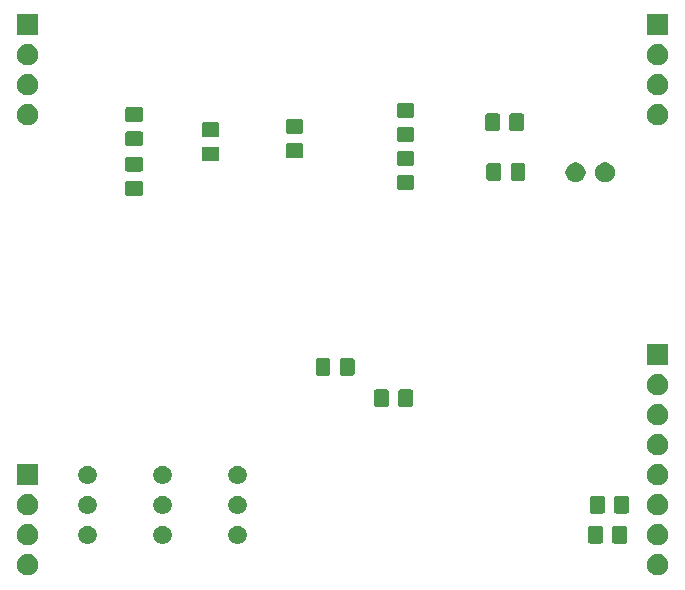
<source format=gbr>
G04 #@! TF.GenerationSoftware,KiCad,Pcbnew,5.1.6-c6e7f7d~87~ubuntu18.04.1*
G04 #@! TF.CreationDate,2020-08-19T11:53:39-04:00*
G04 #@! TF.ProjectId,four_pole_lpf,666f7572-5f70-46f6-9c65-5f6c70662e6b,rev?*
G04 #@! TF.SameCoordinates,Original*
G04 #@! TF.FileFunction,Soldermask,Bot*
G04 #@! TF.FilePolarity,Negative*
%FSLAX46Y46*%
G04 Gerber Fmt 4.6, Leading zero omitted, Abs format (unit mm)*
G04 Created by KiCad (PCBNEW 5.1.6-c6e7f7d~87~ubuntu18.04.1) date 2020-08-19 11:53:39*
%MOMM*%
%LPD*%
G01*
G04 APERTURE LIST*
%ADD10C,0.100000*%
G04 APERTURE END LIST*
D10*
G36*
X147433512Y-113403927D02*
G01*
X147582812Y-113433624D01*
X147746784Y-113501544D01*
X147894354Y-113600147D01*
X148019853Y-113725646D01*
X148118456Y-113873216D01*
X148186376Y-114037188D01*
X148221000Y-114211259D01*
X148221000Y-114388741D01*
X148186376Y-114562812D01*
X148118456Y-114726784D01*
X148019853Y-114874354D01*
X147894354Y-114999853D01*
X147746784Y-115098456D01*
X147582812Y-115166376D01*
X147433512Y-115196073D01*
X147408742Y-115201000D01*
X147231258Y-115201000D01*
X147206488Y-115196073D01*
X147057188Y-115166376D01*
X146893216Y-115098456D01*
X146745646Y-114999853D01*
X146620147Y-114874354D01*
X146521544Y-114726784D01*
X146453624Y-114562812D01*
X146419000Y-114388741D01*
X146419000Y-114211259D01*
X146453624Y-114037188D01*
X146521544Y-113873216D01*
X146620147Y-113725646D01*
X146745646Y-113600147D01*
X146893216Y-113501544D01*
X147057188Y-113433624D01*
X147206488Y-113403927D01*
X147231258Y-113399000D01*
X147408742Y-113399000D01*
X147433512Y-113403927D01*
G37*
G36*
X94093512Y-113403927D02*
G01*
X94242812Y-113433624D01*
X94406784Y-113501544D01*
X94554354Y-113600147D01*
X94679853Y-113725646D01*
X94778456Y-113873216D01*
X94846376Y-114037188D01*
X94881000Y-114211259D01*
X94881000Y-114388741D01*
X94846376Y-114562812D01*
X94778456Y-114726784D01*
X94679853Y-114874354D01*
X94554354Y-114999853D01*
X94406784Y-115098456D01*
X94242812Y-115166376D01*
X94093512Y-115196073D01*
X94068742Y-115201000D01*
X93891258Y-115201000D01*
X93866488Y-115196073D01*
X93717188Y-115166376D01*
X93553216Y-115098456D01*
X93405646Y-114999853D01*
X93280147Y-114874354D01*
X93181544Y-114726784D01*
X93113624Y-114562812D01*
X93079000Y-114388741D01*
X93079000Y-114211259D01*
X93113624Y-114037188D01*
X93181544Y-113873216D01*
X93280147Y-113725646D01*
X93405646Y-113600147D01*
X93553216Y-113501544D01*
X93717188Y-113433624D01*
X93866488Y-113403927D01*
X93891258Y-113399000D01*
X94068742Y-113399000D01*
X94093512Y-113403927D01*
G37*
G36*
X94093512Y-110863927D02*
G01*
X94242812Y-110893624D01*
X94406784Y-110961544D01*
X94554354Y-111060147D01*
X94679853Y-111185646D01*
X94778456Y-111333216D01*
X94846376Y-111497188D01*
X94881000Y-111671259D01*
X94881000Y-111848741D01*
X94846376Y-112022812D01*
X94778456Y-112186784D01*
X94679853Y-112334354D01*
X94554354Y-112459853D01*
X94406784Y-112558456D01*
X94242812Y-112626376D01*
X94093512Y-112656073D01*
X94068742Y-112661000D01*
X93891258Y-112661000D01*
X93866488Y-112656073D01*
X93717188Y-112626376D01*
X93553216Y-112558456D01*
X93405646Y-112459853D01*
X93280147Y-112334354D01*
X93181544Y-112186784D01*
X93113624Y-112022812D01*
X93079000Y-111848741D01*
X93079000Y-111671259D01*
X93113624Y-111497188D01*
X93181544Y-111333216D01*
X93280147Y-111185646D01*
X93405646Y-111060147D01*
X93553216Y-110961544D01*
X93717188Y-110893624D01*
X93866488Y-110863927D01*
X93891258Y-110859000D01*
X94068742Y-110859000D01*
X94093512Y-110863927D01*
G37*
G36*
X147433512Y-110863927D02*
G01*
X147582812Y-110893624D01*
X147746784Y-110961544D01*
X147894354Y-111060147D01*
X148019853Y-111185646D01*
X148118456Y-111333216D01*
X148186376Y-111497188D01*
X148221000Y-111671259D01*
X148221000Y-111848741D01*
X148186376Y-112022812D01*
X148118456Y-112186784D01*
X148019853Y-112334354D01*
X147894354Y-112459853D01*
X147746784Y-112558456D01*
X147582812Y-112626376D01*
X147433512Y-112656073D01*
X147408742Y-112661000D01*
X147231258Y-112661000D01*
X147206488Y-112656073D01*
X147057188Y-112626376D01*
X146893216Y-112558456D01*
X146745646Y-112459853D01*
X146620147Y-112334354D01*
X146521544Y-112186784D01*
X146453624Y-112022812D01*
X146419000Y-111848741D01*
X146419000Y-111671259D01*
X146453624Y-111497188D01*
X146521544Y-111333216D01*
X146620147Y-111185646D01*
X146745646Y-111060147D01*
X146893216Y-110961544D01*
X147057188Y-110893624D01*
X147206488Y-110863927D01*
X147231258Y-110859000D01*
X147408742Y-110859000D01*
X147433512Y-110863927D01*
G37*
G36*
X111885589Y-110998876D02*
G01*
X111984893Y-111018629D01*
X112125206Y-111076748D01*
X112251484Y-111161125D01*
X112358875Y-111268516D01*
X112443252Y-111394794D01*
X112501371Y-111535107D01*
X112531000Y-111684063D01*
X112531000Y-111835937D01*
X112501371Y-111984893D01*
X112443252Y-112125206D01*
X112358875Y-112251484D01*
X112251484Y-112358875D01*
X112125206Y-112443252D01*
X111984893Y-112501371D01*
X111885589Y-112521124D01*
X111835938Y-112531000D01*
X111684062Y-112531000D01*
X111634411Y-112521124D01*
X111535107Y-112501371D01*
X111394794Y-112443252D01*
X111268516Y-112358875D01*
X111161125Y-112251484D01*
X111076748Y-112125206D01*
X111018629Y-111984893D01*
X110989000Y-111835937D01*
X110989000Y-111684063D01*
X111018629Y-111535107D01*
X111076748Y-111394794D01*
X111161125Y-111268516D01*
X111268516Y-111161125D01*
X111394794Y-111076748D01*
X111535107Y-111018629D01*
X111634411Y-110998876D01*
X111684062Y-110989000D01*
X111835938Y-110989000D01*
X111885589Y-110998876D01*
G37*
G36*
X105535589Y-110998876D02*
G01*
X105634893Y-111018629D01*
X105775206Y-111076748D01*
X105901484Y-111161125D01*
X106008875Y-111268516D01*
X106093252Y-111394794D01*
X106151371Y-111535107D01*
X106181000Y-111684063D01*
X106181000Y-111835937D01*
X106151371Y-111984893D01*
X106093252Y-112125206D01*
X106008875Y-112251484D01*
X105901484Y-112358875D01*
X105775206Y-112443252D01*
X105634893Y-112501371D01*
X105535589Y-112521124D01*
X105485938Y-112531000D01*
X105334062Y-112531000D01*
X105284411Y-112521124D01*
X105185107Y-112501371D01*
X105044794Y-112443252D01*
X104918516Y-112358875D01*
X104811125Y-112251484D01*
X104726748Y-112125206D01*
X104668629Y-111984893D01*
X104639000Y-111835937D01*
X104639000Y-111684063D01*
X104668629Y-111535107D01*
X104726748Y-111394794D01*
X104811125Y-111268516D01*
X104918516Y-111161125D01*
X105044794Y-111076748D01*
X105185107Y-111018629D01*
X105284411Y-110998876D01*
X105334062Y-110989000D01*
X105485938Y-110989000D01*
X105535589Y-110998876D01*
G37*
G36*
X99185589Y-110998876D02*
G01*
X99284893Y-111018629D01*
X99425206Y-111076748D01*
X99551484Y-111161125D01*
X99658875Y-111268516D01*
X99743252Y-111394794D01*
X99801371Y-111535107D01*
X99831000Y-111684063D01*
X99831000Y-111835937D01*
X99801371Y-111984893D01*
X99743252Y-112125206D01*
X99658875Y-112251484D01*
X99551484Y-112358875D01*
X99425206Y-112443252D01*
X99284893Y-112501371D01*
X99185589Y-112521124D01*
X99135938Y-112531000D01*
X98984062Y-112531000D01*
X98934411Y-112521124D01*
X98835107Y-112501371D01*
X98694794Y-112443252D01*
X98568516Y-112358875D01*
X98461125Y-112251484D01*
X98376748Y-112125206D01*
X98318629Y-111984893D01*
X98289000Y-111835937D01*
X98289000Y-111684063D01*
X98318629Y-111535107D01*
X98376748Y-111394794D01*
X98461125Y-111268516D01*
X98568516Y-111161125D01*
X98694794Y-111076748D01*
X98835107Y-111018629D01*
X98934411Y-110998876D01*
X98984062Y-110989000D01*
X99135938Y-110989000D01*
X99185589Y-110998876D01*
G37*
G36*
X144575874Y-111013465D02*
G01*
X144613567Y-111024899D01*
X144648303Y-111043466D01*
X144678748Y-111068452D01*
X144703734Y-111098897D01*
X144722301Y-111133633D01*
X144733735Y-111171326D01*
X144738200Y-111216661D01*
X144738200Y-112303339D01*
X144733735Y-112348674D01*
X144722301Y-112386367D01*
X144703734Y-112421103D01*
X144678748Y-112451548D01*
X144648303Y-112476534D01*
X144613567Y-112495101D01*
X144575874Y-112506535D01*
X144530539Y-112511000D01*
X143693861Y-112511000D01*
X143648526Y-112506535D01*
X143610833Y-112495101D01*
X143576097Y-112476534D01*
X143545652Y-112451548D01*
X143520666Y-112421103D01*
X143502099Y-112386367D01*
X143490665Y-112348674D01*
X143486200Y-112303339D01*
X143486200Y-111216661D01*
X143490665Y-111171326D01*
X143502099Y-111133633D01*
X143520666Y-111098897D01*
X143545652Y-111068452D01*
X143576097Y-111043466D01*
X143610833Y-111024899D01*
X143648526Y-111013465D01*
X143693861Y-111009000D01*
X144530539Y-111009000D01*
X144575874Y-111013465D01*
G37*
G36*
X142525874Y-111013465D02*
G01*
X142563567Y-111024899D01*
X142598303Y-111043466D01*
X142628748Y-111068452D01*
X142653734Y-111098897D01*
X142672301Y-111133633D01*
X142683735Y-111171326D01*
X142688200Y-111216661D01*
X142688200Y-112303339D01*
X142683735Y-112348674D01*
X142672301Y-112386367D01*
X142653734Y-112421103D01*
X142628748Y-112451548D01*
X142598303Y-112476534D01*
X142563567Y-112495101D01*
X142525874Y-112506535D01*
X142480539Y-112511000D01*
X141643861Y-112511000D01*
X141598526Y-112506535D01*
X141560833Y-112495101D01*
X141526097Y-112476534D01*
X141495652Y-112451548D01*
X141470666Y-112421103D01*
X141452099Y-112386367D01*
X141440665Y-112348674D01*
X141436200Y-112303339D01*
X141436200Y-111216661D01*
X141440665Y-111171326D01*
X141452099Y-111133633D01*
X141470666Y-111098897D01*
X141495652Y-111068452D01*
X141526097Y-111043466D01*
X141560833Y-111024899D01*
X141598526Y-111013465D01*
X141643861Y-111009000D01*
X142480539Y-111009000D01*
X142525874Y-111013465D01*
G37*
G36*
X94093512Y-108323927D02*
G01*
X94242812Y-108353624D01*
X94406784Y-108421544D01*
X94554354Y-108520147D01*
X94679853Y-108645646D01*
X94778456Y-108793216D01*
X94846376Y-108957188D01*
X94881000Y-109131259D01*
X94881000Y-109308741D01*
X94846376Y-109482812D01*
X94778456Y-109646784D01*
X94679853Y-109794354D01*
X94554354Y-109919853D01*
X94406784Y-110018456D01*
X94242812Y-110086376D01*
X94093512Y-110116073D01*
X94068742Y-110121000D01*
X93891258Y-110121000D01*
X93866488Y-110116073D01*
X93717188Y-110086376D01*
X93553216Y-110018456D01*
X93405646Y-109919853D01*
X93280147Y-109794354D01*
X93181544Y-109646784D01*
X93113624Y-109482812D01*
X93079000Y-109308741D01*
X93079000Y-109131259D01*
X93113624Y-108957188D01*
X93181544Y-108793216D01*
X93280147Y-108645646D01*
X93405646Y-108520147D01*
X93553216Y-108421544D01*
X93717188Y-108353624D01*
X93866488Y-108323927D01*
X93891258Y-108319000D01*
X94068742Y-108319000D01*
X94093512Y-108323927D01*
G37*
G36*
X147433512Y-108323927D02*
G01*
X147582812Y-108353624D01*
X147746784Y-108421544D01*
X147894354Y-108520147D01*
X148019853Y-108645646D01*
X148118456Y-108793216D01*
X148186376Y-108957188D01*
X148221000Y-109131259D01*
X148221000Y-109308741D01*
X148186376Y-109482812D01*
X148118456Y-109646784D01*
X148019853Y-109794354D01*
X147894354Y-109919853D01*
X147746784Y-110018456D01*
X147582812Y-110086376D01*
X147433512Y-110116073D01*
X147408742Y-110121000D01*
X147231258Y-110121000D01*
X147206488Y-110116073D01*
X147057188Y-110086376D01*
X146893216Y-110018456D01*
X146745646Y-109919853D01*
X146620147Y-109794354D01*
X146521544Y-109646784D01*
X146453624Y-109482812D01*
X146419000Y-109308741D01*
X146419000Y-109131259D01*
X146453624Y-108957188D01*
X146521544Y-108793216D01*
X146620147Y-108645646D01*
X146745646Y-108520147D01*
X146893216Y-108421544D01*
X147057188Y-108353624D01*
X147206488Y-108323927D01*
X147231258Y-108319000D01*
X147408742Y-108319000D01*
X147433512Y-108323927D01*
G37*
G36*
X111885589Y-108458876D02*
G01*
X111984893Y-108478629D01*
X112125206Y-108536748D01*
X112251484Y-108621125D01*
X112358875Y-108728516D01*
X112443252Y-108854794D01*
X112501371Y-108995107D01*
X112531000Y-109144063D01*
X112531000Y-109295937D01*
X112501371Y-109444893D01*
X112443252Y-109585206D01*
X112358875Y-109711484D01*
X112251484Y-109818875D01*
X112125206Y-109903252D01*
X111984893Y-109961371D01*
X111885589Y-109981124D01*
X111835938Y-109991000D01*
X111684062Y-109991000D01*
X111634411Y-109981124D01*
X111535107Y-109961371D01*
X111394794Y-109903252D01*
X111268516Y-109818875D01*
X111161125Y-109711484D01*
X111076748Y-109585206D01*
X111018629Y-109444893D01*
X110989000Y-109295937D01*
X110989000Y-109144063D01*
X111018629Y-108995107D01*
X111076748Y-108854794D01*
X111161125Y-108728516D01*
X111268516Y-108621125D01*
X111394794Y-108536748D01*
X111535107Y-108478629D01*
X111634411Y-108458876D01*
X111684062Y-108449000D01*
X111835938Y-108449000D01*
X111885589Y-108458876D01*
G37*
G36*
X105535589Y-108458876D02*
G01*
X105634893Y-108478629D01*
X105775206Y-108536748D01*
X105901484Y-108621125D01*
X106008875Y-108728516D01*
X106093252Y-108854794D01*
X106151371Y-108995107D01*
X106181000Y-109144063D01*
X106181000Y-109295937D01*
X106151371Y-109444893D01*
X106093252Y-109585206D01*
X106008875Y-109711484D01*
X105901484Y-109818875D01*
X105775206Y-109903252D01*
X105634893Y-109961371D01*
X105535589Y-109981124D01*
X105485938Y-109991000D01*
X105334062Y-109991000D01*
X105284411Y-109981124D01*
X105185107Y-109961371D01*
X105044794Y-109903252D01*
X104918516Y-109818875D01*
X104811125Y-109711484D01*
X104726748Y-109585206D01*
X104668629Y-109444893D01*
X104639000Y-109295937D01*
X104639000Y-109144063D01*
X104668629Y-108995107D01*
X104726748Y-108854794D01*
X104811125Y-108728516D01*
X104918516Y-108621125D01*
X105044794Y-108536748D01*
X105185107Y-108478629D01*
X105284411Y-108458876D01*
X105334062Y-108449000D01*
X105485938Y-108449000D01*
X105535589Y-108458876D01*
G37*
G36*
X99185589Y-108458876D02*
G01*
X99284893Y-108478629D01*
X99425206Y-108536748D01*
X99551484Y-108621125D01*
X99658875Y-108728516D01*
X99743252Y-108854794D01*
X99801371Y-108995107D01*
X99831000Y-109144063D01*
X99831000Y-109295937D01*
X99801371Y-109444893D01*
X99743252Y-109585206D01*
X99658875Y-109711484D01*
X99551484Y-109818875D01*
X99425206Y-109903252D01*
X99284893Y-109961371D01*
X99185589Y-109981124D01*
X99135938Y-109991000D01*
X98984062Y-109991000D01*
X98934411Y-109981124D01*
X98835107Y-109961371D01*
X98694794Y-109903252D01*
X98568516Y-109818875D01*
X98461125Y-109711484D01*
X98376748Y-109585206D01*
X98318629Y-109444893D01*
X98289000Y-109295937D01*
X98289000Y-109144063D01*
X98318629Y-108995107D01*
X98376748Y-108854794D01*
X98461125Y-108728516D01*
X98568516Y-108621125D01*
X98694794Y-108536748D01*
X98835107Y-108478629D01*
X98934411Y-108458876D01*
X98984062Y-108449000D01*
X99135938Y-108449000D01*
X99185589Y-108458876D01*
G37*
G36*
X144735674Y-108473465D02*
G01*
X144773367Y-108484899D01*
X144808103Y-108503466D01*
X144838548Y-108528452D01*
X144863534Y-108558897D01*
X144882101Y-108593633D01*
X144893535Y-108631326D01*
X144898000Y-108676661D01*
X144898000Y-109763339D01*
X144893535Y-109808674D01*
X144882101Y-109846367D01*
X144863534Y-109881103D01*
X144838548Y-109911548D01*
X144808103Y-109936534D01*
X144773367Y-109955101D01*
X144735674Y-109966535D01*
X144690339Y-109971000D01*
X143853661Y-109971000D01*
X143808326Y-109966535D01*
X143770633Y-109955101D01*
X143735897Y-109936534D01*
X143705452Y-109911548D01*
X143680466Y-109881103D01*
X143661899Y-109846367D01*
X143650465Y-109808674D01*
X143646000Y-109763339D01*
X143646000Y-108676661D01*
X143650465Y-108631326D01*
X143661899Y-108593633D01*
X143680466Y-108558897D01*
X143705452Y-108528452D01*
X143735897Y-108503466D01*
X143770633Y-108484899D01*
X143808326Y-108473465D01*
X143853661Y-108469000D01*
X144690339Y-108469000D01*
X144735674Y-108473465D01*
G37*
G36*
X142685674Y-108473465D02*
G01*
X142723367Y-108484899D01*
X142758103Y-108503466D01*
X142788548Y-108528452D01*
X142813534Y-108558897D01*
X142832101Y-108593633D01*
X142843535Y-108631326D01*
X142848000Y-108676661D01*
X142848000Y-109763339D01*
X142843535Y-109808674D01*
X142832101Y-109846367D01*
X142813534Y-109881103D01*
X142788548Y-109911548D01*
X142758103Y-109936534D01*
X142723367Y-109955101D01*
X142685674Y-109966535D01*
X142640339Y-109971000D01*
X141803661Y-109971000D01*
X141758326Y-109966535D01*
X141720633Y-109955101D01*
X141685897Y-109936534D01*
X141655452Y-109911548D01*
X141630466Y-109881103D01*
X141611899Y-109846367D01*
X141600465Y-109808674D01*
X141596000Y-109763339D01*
X141596000Y-108676661D01*
X141600465Y-108631326D01*
X141611899Y-108593633D01*
X141630466Y-108558897D01*
X141655452Y-108528452D01*
X141685897Y-108503466D01*
X141720633Y-108484899D01*
X141758326Y-108473465D01*
X141803661Y-108469000D01*
X142640339Y-108469000D01*
X142685674Y-108473465D01*
G37*
G36*
X147433512Y-105783927D02*
G01*
X147582812Y-105813624D01*
X147746784Y-105881544D01*
X147894354Y-105980147D01*
X148019853Y-106105646D01*
X148118456Y-106253216D01*
X148186376Y-106417188D01*
X148221000Y-106591259D01*
X148221000Y-106768741D01*
X148186376Y-106942812D01*
X148118456Y-107106784D01*
X148019853Y-107254354D01*
X147894354Y-107379853D01*
X147746784Y-107478456D01*
X147582812Y-107546376D01*
X147433512Y-107576073D01*
X147408742Y-107581000D01*
X147231258Y-107581000D01*
X147206488Y-107576073D01*
X147057188Y-107546376D01*
X146893216Y-107478456D01*
X146745646Y-107379853D01*
X146620147Y-107254354D01*
X146521544Y-107106784D01*
X146453624Y-106942812D01*
X146419000Y-106768741D01*
X146419000Y-106591259D01*
X146453624Y-106417188D01*
X146521544Y-106253216D01*
X146620147Y-106105646D01*
X146745646Y-105980147D01*
X146893216Y-105881544D01*
X147057188Y-105813624D01*
X147206488Y-105783927D01*
X147231258Y-105779000D01*
X147408742Y-105779000D01*
X147433512Y-105783927D01*
G37*
G36*
X94881000Y-107581000D02*
G01*
X93079000Y-107581000D01*
X93079000Y-105779000D01*
X94881000Y-105779000D01*
X94881000Y-107581000D01*
G37*
G36*
X111885589Y-105918876D02*
G01*
X111984893Y-105938629D01*
X112125206Y-105996748D01*
X112251484Y-106081125D01*
X112358875Y-106188516D01*
X112443252Y-106314794D01*
X112501371Y-106455107D01*
X112531000Y-106604063D01*
X112531000Y-106755937D01*
X112501371Y-106904893D01*
X112443252Y-107045206D01*
X112358875Y-107171484D01*
X112251484Y-107278875D01*
X112125206Y-107363252D01*
X111984893Y-107421371D01*
X111885589Y-107441124D01*
X111835938Y-107451000D01*
X111684062Y-107451000D01*
X111634411Y-107441124D01*
X111535107Y-107421371D01*
X111394794Y-107363252D01*
X111268516Y-107278875D01*
X111161125Y-107171484D01*
X111076748Y-107045206D01*
X111018629Y-106904893D01*
X110989000Y-106755937D01*
X110989000Y-106604063D01*
X111018629Y-106455107D01*
X111076748Y-106314794D01*
X111161125Y-106188516D01*
X111268516Y-106081125D01*
X111394794Y-105996748D01*
X111535107Y-105938629D01*
X111634411Y-105918876D01*
X111684062Y-105909000D01*
X111835938Y-105909000D01*
X111885589Y-105918876D01*
G37*
G36*
X105535589Y-105918876D02*
G01*
X105634893Y-105938629D01*
X105775206Y-105996748D01*
X105901484Y-106081125D01*
X106008875Y-106188516D01*
X106093252Y-106314794D01*
X106151371Y-106455107D01*
X106181000Y-106604063D01*
X106181000Y-106755937D01*
X106151371Y-106904893D01*
X106093252Y-107045206D01*
X106008875Y-107171484D01*
X105901484Y-107278875D01*
X105775206Y-107363252D01*
X105634893Y-107421371D01*
X105535589Y-107441124D01*
X105485938Y-107451000D01*
X105334062Y-107451000D01*
X105284411Y-107441124D01*
X105185107Y-107421371D01*
X105044794Y-107363252D01*
X104918516Y-107278875D01*
X104811125Y-107171484D01*
X104726748Y-107045206D01*
X104668629Y-106904893D01*
X104639000Y-106755937D01*
X104639000Y-106604063D01*
X104668629Y-106455107D01*
X104726748Y-106314794D01*
X104811125Y-106188516D01*
X104918516Y-106081125D01*
X105044794Y-105996748D01*
X105185107Y-105938629D01*
X105284411Y-105918876D01*
X105334062Y-105909000D01*
X105485938Y-105909000D01*
X105535589Y-105918876D01*
G37*
G36*
X99185589Y-105918876D02*
G01*
X99284893Y-105938629D01*
X99425206Y-105996748D01*
X99551484Y-106081125D01*
X99658875Y-106188516D01*
X99743252Y-106314794D01*
X99801371Y-106455107D01*
X99831000Y-106604063D01*
X99831000Y-106755937D01*
X99801371Y-106904893D01*
X99743252Y-107045206D01*
X99658875Y-107171484D01*
X99551484Y-107278875D01*
X99425206Y-107363252D01*
X99284893Y-107421371D01*
X99185589Y-107441124D01*
X99135938Y-107451000D01*
X98984062Y-107451000D01*
X98934411Y-107441124D01*
X98835107Y-107421371D01*
X98694794Y-107363252D01*
X98568516Y-107278875D01*
X98461125Y-107171484D01*
X98376748Y-107045206D01*
X98318629Y-106904893D01*
X98289000Y-106755937D01*
X98289000Y-106604063D01*
X98318629Y-106455107D01*
X98376748Y-106314794D01*
X98461125Y-106188516D01*
X98568516Y-106081125D01*
X98694794Y-105996748D01*
X98835107Y-105938629D01*
X98934411Y-105918876D01*
X98984062Y-105909000D01*
X99135938Y-105909000D01*
X99185589Y-105918876D01*
G37*
G36*
X147433512Y-103243927D02*
G01*
X147582812Y-103273624D01*
X147746784Y-103341544D01*
X147894354Y-103440147D01*
X148019853Y-103565646D01*
X148118456Y-103713216D01*
X148186376Y-103877188D01*
X148221000Y-104051259D01*
X148221000Y-104228741D01*
X148186376Y-104402812D01*
X148118456Y-104566784D01*
X148019853Y-104714354D01*
X147894354Y-104839853D01*
X147746784Y-104938456D01*
X147582812Y-105006376D01*
X147433512Y-105036073D01*
X147408742Y-105041000D01*
X147231258Y-105041000D01*
X147206488Y-105036073D01*
X147057188Y-105006376D01*
X146893216Y-104938456D01*
X146745646Y-104839853D01*
X146620147Y-104714354D01*
X146521544Y-104566784D01*
X146453624Y-104402812D01*
X146419000Y-104228741D01*
X146419000Y-104051259D01*
X146453624Y-103877188D01*
X146521544Y-103713216D01*
X146620147Y-103565646D01*
X146745646Y-103440147D01*
X146893216Y-103341544D01*
X147057188Y-103273624D01*
X147206488Y-103243927D01*
X147231258Y-103239000D01*
X147408742Y-103239000D01*
X147433512Y-103243927D01*
G37*
G36*
X147433512Y-100703927D02*
G01*
X147582812Y-100733624D01*
X147746784Y-100801544D01*
X147894354Y-100900147D01*
X148019853Y-101025646D01*
X148118456Y-101173216D01*
X148186376Y-101337188D01*
X148221000Y-101511259D01*
X148221000Y-101688741D01*
X148186376Y-101862812D01*
X148118456Y-102026784D01*
X148019853Y-102174354D01*
X147894354Y-102299853D01*
X147746784Y-102398456D01*
X147582812Y-102466376D01*
X147433512Y-102496073D01*
X147408742Y-102501000D01*
X147231258Y-102501000D01*
X147206488Y-102496073D01*
X147057188Y-102466376D01*
X146893216Y-102398456D01*
X146745646Y-102299853D01*
X146620147Y-102174354D01*
X146521544Y-102026784D01*
X146453624Y-101862812D01*
X146419000Y-101688741D01*
X146419000Y-101511259D01*
X146453624Y-101337188D01*
X146521544Y-101173216D01*
X146620147Y-101025646D01*
X146745646Y-100900147D01*
X146893216Y-100801544D01*
X147057188Y-100733624D01*
X147206488Y-100703927D01*
X147231258Y-100699000D01*
X147408742Y-100699000D01*
X147433512Y-100703927D01*
G37*
G36*
X126447674Y-99456465D02*
G01*
X126485367Y-99467899D01*
X126520103Y-99486466D01*
X126550548Y-99511452D01*
X126575534Y-99541897D01*
X126594101Y-99576633D01*
X126605535Y-99614326D01*
X126610000Y-99659661D01*
X126610000Y-100746339D01*
X126605535Y-100791674D01*
X126594101Y-100829367D01*
X126575534Y-100864103D01*
X126550548Y-100894548D01*
X126520103Y-100919534D01*
X126485367Y-100938101D01*
X126447674Y-100949535D01*
X126402339Y-100954000D01*
X125565661Y-100954000D01*
X125520326Y-100949535D01*
X125482633Y-100938101D01*
X125447897Y-100919534D01*
X125417452Y-100894548D01*
X125392466Y-100864103D01*
X125373899Y-100829367D01*
X125362465Y-100791674D01*
X125358000Y-100746339D01*
X125358000Y-99659661D01*
X125362465Y-99614326D01*
X125373899Y-99576633D01*
X125392466Y-99541897D01*
X125417452Y-99511452D01*
X125447897Y-99486466D01*
X125482633Y-99467899D01*
X125520326Y-99456465D01*
X125565661Y-99452000D01*
X126402339Y-99452000D01*
X126447674Y-99456465D01*
G37*
G36*
X124397674Y-99456465D02*
G01*
X124435367Y-99467899D01*
X124470103Y-99486466D01*
X124500548Y-99511452D01*
X124525534Y-99541897D01*
X124544101Y-99576633D01*
X124555535Y-99614326D01*
X124560000Y-99659661D01*
X124560000Y-100746339D01*
X124555535Y-100791674D01*
X124544101Y-100829367D01*
X124525534Y-100864103D01*
X124500548Y-100894548D01*
X124470103Y-100919534D01*
X124435367Y-100938101D01*
X124397674Y-100949535D01*
X124352339Y-100954000D01*
X123515661Y-100954000D01*
X123470326Y-100949535D01*
X123432633Y-100938101D01*
X123397897Y-100919534D01*
X123367452Y-100894548D01*
X123342466Y-100864103D01*
X123323899Y-100829367D01*
X123312465Y-100791674D01*
X123308000Y-100746339D01*
X123308000Y-99659661D01*
X123312465Y-99614326D01*
X123323899Y-99576633D01*
X123342466Y-99541897D01*
X123367452Y-99511452D01*
X123397897Y-99486466D01*
X123432633Y-99467899D01*
X123470326Y-99456465D01*
X123515661Y-99452000D01*
X124352339Y-99452000D01*
X124397674Y-99456465D01*
G37*
G36*
X147433512Y-98163927D02*
G01*
X147582812Y-98193624D01*
X147746784Y-98261544D01*
X147894354Y-98360147D01*
X148019853Y-98485646D01*
X148118456Y-98633216D01*
X148186376Y-98797188D01*
X148221000Y-98971259D01*
X148221000Y-99148741D01*
X148186376Y-99322812D01*
X148118456Y-99486784D01*
X148019853Y-99634354D01*
X147894354Y-99759853D01*
X147746784Y-99858456D01*
X147582812Y-99926376D01*
X147433512Y-99956073D01*
X147408742Y-99961000D01*
X147231258Y-99961000D01*
X147206488Y-99956073D01*
X147057188Y-99926376D01*
X146893216Y-99858456D01*
X146745646Y-99759853D01*
X146620147Y-99634354D01*
X146521544Y-99486784D01*
X146453624Y-99322812D01*
X146419000Y-99148741D01*
X146419000Y-98971259D01*
X146453624Y-98797188D01*
X146521544Y-98633216D01*
X146620147Y-98485646D01*
X146745646Y-98360147D01*
X146893216Y-98261544D01*
X147057188Y-98193624D01*
X147206488Y-98163927D01*
X147231258Y-98159000D01*
X147408742Y-98159000D01*
X147433512Y-98163927D01*
G37*
G36*
X119453674Y-96789465D02*
G01*
X119491367Y-96800899D01*
X119526103Y-96819466D01*
X119556548Y-96844452D01*
X119581534Y-96874897D01*
X119600101Y-96909633D01*
X119611535Y-96947326D01*
X119616000Y-96992661D01*
X119616000Y-98079339D01*
X119611535Y-98124674D01*
X119600101Y-98162367D01*
X119581534Y-98197103D01*
X119556548Y-98227548D01*
X119526103Y-98252534D01*
X119491367Y-98271101D01*
X119453674Y-98282535D01*
X119408339Y-98287000D01*
X118571661Y-98287000D01*
X118526326Y-98282535D01*
X118488633Y-98271101D01*
X118453897Y-98252534D01*
X118423452Y-98227548D01*
X118398466Y-98197103D01*
X118379899Y-98162367D01*
X118368465Y-98124674D01*
X118364000Y-98079339D01*
X118364000Y-96992661D01*
X118368465Y-96947326D01*
X118379899Y-96909633D01*
X118398466Y-96874897D01*
X118423452Y-96844452D01*
X118453897Y-96819466D01*
X118488633Y-96800899D01*
X118526326Y-96789465D01*
X118571661Y-96785000D01*
X119408339Y-96785000D01*
X119453674Y-96789465D01*
G37*
G36*
X121503674Y-96789465D02*
G01*
X121541367Y-96800899D01*
X121576103Y-96819466D01*
X121606548Y-96844452D01*
X121631534Y-96874897D01*
X121650101Y-96909633D01*
X121661535Y-96947326D01*
X121666000Y-96992661D01*
X121666000Y-98079339D01*
X121661535Y-98124674D01*
X121650101Y-98162367D01*
X121631534Y-98197103D01*
X121606548Y-98227548D01*
X121576103Y-98252534D01*
X121541367Y-98271101D01*
X121503674Y-98282535D01*
X121458339Y-98287000D01*
X120621661Y-98287000D01*
X120576326Y-98282535D01*
X120538633Y-98271101D01*
X120503897Y-98252534D01*
X120473452Y-98227548D01*
X120448466Y-98197103D01*
X120429899Y-98162367D01*
X120418465Y-98124674D01*
X120414000Y-98079339D01*
X120414000Y-96992661D01*
X120418465Y-96947326D01*
X120429899Y-96909633D01*
X120448466Y-96874897D01*
X120473452Y-96844452D01*
X120503897Y-96819466D01*
X120538633Y-96800899D01*
X120576326Y-96789465D01*
X120621661Y-96785000D01*
X121458339Y-96785000D01*
X121503674Y-96789465D01*
G37*
G36*
X148221000Y-97421000D02*
G01*
X146419000Y-97421000D01*
X146419000Y-95619000D01*
X148221000Y-95619000D01*
X148221000Y-97421000D01*
G37*
G36*
X103585674Y-81819465D02*
G01*
X103623367Y-81830899D01*
X103658103Y-81849466D01*
X103688548Y-81874452D01*
X103713534Y-81904897D01*
X103732101Y-81939633D01*
X103743535Y-81977326D01*
X103748000Y-82022661D01*
X103748000Y-82859339D01*
X103743535Y-82904674D01*
X103732101Y-82942367D01*
X103713534Y-82977103D01*
X103688548Y-83007548D01*
X103658103Y-83032534D01*
X103623367Y-83051101D01*
X103585674Y-83062535D01*
X103540339Y-83067000D01*
X102453661Y-83067000D01*
X102408326Y-83062535D01*
X102370633Y-83051101D01*
X102335897Y-83032534D01*
X102305452Y-83007548D01*
X102280466Y-82977103D01*
X102261899Y-82942367D01*
X102250465Y-82904674D01*
X102246000Y-82859339D01*
X102246000Y-82022661D01*
X102250465Y-81977326D01*
X102261899Y-81939633D01*
X102280466Y-81904897D01*
X102305452Y-81874452D01*
X102335897Y-81849466D01*
X102370633Y-81830899D01*
X102408326Y-81819465D01*
X102453661Y-81815000D01*
X103540339Y-81815000D01*
X103585674Y-81819465D01*
G37*
G36*
X126572674Y-81311465D02*
G01*
X126610367Y-81322899D01*
X126645103Y-81341466D01*
X126675548Y-81366452D01*
X126700534Y-81396897D01*
X126719101Y-81431633D01*
X126730535Y-81469326D01*
X126735000Y-81514661D01*
X126735000Y-82351339D01*
X126730535Y-82396674D01*
X126719101Y-82434367D01*
X126700534Y-82469103D01*
X126675548Y-82499548D01*
X126645103Y-82524534D01*
X126610367Y-82543101D01*
X126572674Y-82554535D01*
X126527339Y-82559000D01*
X125440661Y-82559000D01*
X125395326Y-82554535D01*
X125357633Y-82543101D01*
X125322897Y-82524534D01*
X125292452Y-82499548D01*
X125267466Y-82469103D01*
X125248899Y-82434367D01*
X125237465Y-82396674D01*
X125233000Y-82351339D01*
X125233000Y-81514661D01*
X125237465Y-81469326D01*
X125248899Y-81431633D01*
X125267466Y-81396897D01*
X125292452Y-81366452D01*
X125322897Y-81341466D01*
X125357633Y-81322899D01*
X125395326Y-81311465D01*
X125440661Y-81307000D01*
X126527339Y-81307000D01*
X126572674Y-81311465D01*
G37*
G36*
X140623228Y-80271203D02*
G01*
X140778100Y-80335353D01*
X140917481Y-80428485D01*
X141036015Y-80547019D01*
X141129147Y-80686400D01*
X141193297Y-80841272D01*
X141226000Y-81005684D01*
X141226000Y-81173316D01*
X141193297Y-81337728D01*
X141129147Y-81492600D01*
X141036015Y-81631981D01*
X140917481Y-81750515D01*
X140778100Y-81843647D01*
X140623228Y-81907797D01*
X140458816Y-81940500D01*
X140291184Y-81940500D01*
X140126772Y-81907797D01*
X139971900Y-81843647D01*
X139832519Y-81750515D01*
X139713985Y-81631981D01*
X139620853Y-81492600D01*
X139556703Y-81337728D01*
X139524000Y-81173316D01*
X139524000Y-81005684D01*
X139556703Y-80841272D01*
X139620853Y-80686400D01*
X139713985Y-80547019D01*
X139832519Y-80428485D01*
X139971900Y-80335353D01*
X140126772Y-80271203D01*
X140291184Y-80238500D01*
X140458816Y-80238500D01*
X140623228Y-80271203D01*
G37*
G36*
X143123228Y-80271203D02*
G01*
X143278100Y-80335353D01*
X143417481Y-80428485D01*
X143536015Y-80547019D01*
X143629147Y-80686400D01*
X143693297Y-80841272D01*
X143726000Y-81005684D01*
X143726000Y-81173316D01*
X143693297Y-81337728D01*
X143629147Y-81492600D01*
X143536015Y-81631981D01*
X143417481Y-81750515D01*
X143278100Y-81843647D01*
X143123228Y-81907797D01*
X142958816Y-81940500D01*
X142791184Y-81940500D01*
X142626772Y-81907797D01*
X142471900Y-81843647D01*
X142332519Y-81750515D01*
X142213985Y-81631981D01*
X142120853Y-81492600D01*
X142056703Y-81337728D01*
X142024000Y-81173316D01*
X142024000Y-81005684D01*
X142056703Y-80841272D01*
X142120853Y-80686400D01*
X142213985Y-80547019D01*
X142332519Y-80428485D01*
X142471900Y-80335353D01*
X142626772Y-80271203D01*
X142791184Y-80238500D01*
X142958816Y-80238500D01*
X143123228Y-80271203D01*
G37*
G36*
X133922674Y-80279465D02*
G01*
X133960367Y-80290899D01*
X133995103Y-80309466D01*
X134025548Y-80334452D01*
X134050534Y-80364897D01*
X134069101Y-80399633D01*
X134080535Y-80437326D01*
X134085000Y-80482661D01*
X134085000Y-81569339D01*
X134080535Y-81614674D01*
X134069101Y-81652367D01*
X134050534Y-81687103D01*
X134025548Y-81717548D01*
X133995103Y-81742534D01*
X133960367Y-81761101D01*
X133922674Y-81772535D01*
X133877339Y-81777000D01*
X133040661Y-81777000D01*
X132995326Y-81772535D01*
X132957633Y-81761101D01*
X132922897Y-81742534D01*
X132892452Y-81717548D01*
X132867466Y-81687103D01*
X132848899Y-81652367D01*
X132837465Y-81614674D01*
X132833000Y-81569339D01*
X132833000Y-80482661D01*
X132837465Y-80437326D01*
X132848899Y-80399633D01*
X132867466Y-80364897D01*
X132892452Y-80334452D01*
X132922897Y-80309466D01*
X132957633Y-80290899D01*
X132995326Y-80279465D01*
X133040661Y-80275000D01*
X133877339Y-80275000D01*
X133922674Y-80279465D01*
G37*
G36*
X135972674Y-80279465D02*
G01*
X136010367Y-80290899D01*
X136045103Y-80309466D01*
X136075548Y-80334452D01*
X136100534Y-80364897D01*
X136119101Y-80399633D01*
X136130535Y-80437326D01*
X136135000Y-80482661D01*
X136135000Y-81569339D01*
X136130535Y-81614674D01*
X136119101Y-81652367D01*
X136100534Y-81687103D01*
X136075548Y-81717548D01*
X136045103Y-81742534D01*
X136010367Y-81761101D01*
X135972674Y-81772535D01*
X135927339Y-81777000D01*
X135090661Y-81777000D01*
X135045326Y-81772535D01*
X135007633Y-81761101D01*
X134972897Y-81742534D01*
X134942452Y-81717548D01*
X134917466Y-81687103D01*
X134898899Y-81652367D01*
X134887465Y-81614674D01*
X134883000Y-81569339D01*
X134883000Y-80482661D01*
X134887465Y-80437326D01*
X134898899Y-80399633D01*
X134917466Y-80364897D01*
X134942452Y-80334452D01*
X134972897Y-80309466D01*
X135007633Y-80290899D01*
X135045326Y-80279465D01*
X135090661Y-80275000D01*
X135927339Y-80275000D01*
X135972674Y-80279465D01*
G37*
G36*
X103585674Y-79769465D02*
G01*
X103623367Y-79780899D01*
X103658103Y-79799466D01*
X103688548Y-79824452D01*
X103713534Y-79854897D01*
X103732101Y-79889633D01*
X103743535Y-79927326D01*
X103748000Y-79972661D01*
X103748000Y-80809339D01*
X103743535Y-80854674D01*
X103732101Y-80892367D01*
X103713534Y-80927103D01*
X103688548Y-80957548D01*
X103658103Y-80982534D01*
X103623367Y-81001101D01*
X103585674Y-81012535D01*
X103540339Y-81017000D01*
X102453661Y-81017000D01*
X102408326Y-81012535D01*
X102370633Y-81001101D01*
X102335897Y-80982534D01*
X102305452Y-80957548D01*
X102280466Y-80927103D01*
X102261899Y-80892367D01*
X102250465Y-80854674D01*
X102246000Y-80809339D01*
X102246000Y-79972661D01*
X102250465Y-79927326D01*
X102261899Y-79889633D01*
X102280466Y-79854897D01*
X102305452Y-79824452D01*
X102335897Y-79799466D01*
X102370633Y-79780899D01*
X102408326Y-79769465D01*
X102453661Y-79765000D01*
X103540339Y-79765000D01*
X103585674Y-79769465D01*
G37*
G36*
X126572674Y-79261465D02*
G01*
X126610367Y-79272899D01*
X126645103Y-79291466D01*
X126675548Y-79316452D01*
X126700534Y-79346897D01*
X126719101Y-79381633D01*
X126730535Y-79419326D01*
X126735000Y-79464661D01*
X126735000Y-80301339D01*
X126730535Y-80346674D01*
X126719101Y-80384367D01*
X126700534Y-80419103D01*
X126675548Y-80449548D01*
X126645103Y-80474534D01*
X126610367Y-80493101D01*
X126572674Y-80504535D01*
X126527339Y-80509000D01*
X125440661Y-80509000D01*
X125395326Y-80504535D01*
X125357633Y-80493101D01*
X125322897Y-80474534D01*
X125292452Y-80449548D01*
X125267466Y-80419103D01*
X125248899Y-80384367D01*
X125237465Y-80346674D01*
X125233000Y-80301339D01*
X125233000Y-79464661D01*
X125237465Y-79419326D01*
X125248899Y-79381633D01*
X125267466Y-79346897D01*
X125292452Y-79316452D01*
X125322897Y-79291466D01*
X125357633Y-79272899D01*
X125395326Y-79261465D01*
X125440661Y-79257000D01*
X126527339Y-79257000D01*
X126572674Y-79261465D01*
G37*
G36*
X110062674Y-78898465D02*
G01*
X110100367Y-78909899D01*
X110135103Y-78928466D01*
X110165548Y-78953452D01*
X110190534Y-78983897D01*
X110209101Y-79018633D01*
X110220535Y-79056326D01*
X110225000Y-79101661D01*
X110225000Y-79938339D01*
X110220535Y-79983674D01*
X110209101Y-80021367D01*
X110190534Y-80056103D01*
X110165548Y-80086548D01*
X110135103Y-80111534D01*
X110100367Y-80130101D01*
X110062674Y-80141535D01*
X110017339Y-80146000D01*
X108930661Y-80146000D01*
X108885326Y-80141535D01*
X108847633Y-80130101D01*
X108812897Y-80111534D01*
X108782452Y-80086548D01*
X108757466Y-80056103D01*
X108738899Y-80021367D01*
X108727465Y-79983674D01*
X108723000Y-79938339D01*
X108723000Y-79101661D01*
X108727465Y-79056326D01*
X108738899Y-79018633D01*
X108757466Y-78983897D01*
X108782452Y-78953452D01*
X108812897Y-78928466D01*
X108847633Y-78909899D01*
X108885326Y-78898465D01*
X108930661Y-78894000D01*
X110017339Y-78894000D01*
X110062674Y-78898465D01*
G37*
G36*
X117174674Y-78626465D02*
G01*
X117212367Y-78637899D01*
X117247103Y-78656466D01*
X117277548Y-78681452D01*
X117302534Y-78711897D01*
X117321101Y-78746633D01*
X117332535Y-78784326D01*
X117337000Y-78829661D01*
X117337000Y-79666339D01*
X117332535Y-79711674D01*
X117321101Y-79749367D01*
X117302534Y-79784103D01*
X117277548Y-79814548D01*
X117247103Y-79839534D01*
X117212367Y-79858101D01*
X117174674Y-79869535D01*
X117129339Y-79874000D01*
X116042661Y-79874000D01*
X115997326Y-79869535D01*
X115959633Y-79858101D01*
X115924897Y-79839534D01*
X115894452Y-79814548D01*
X115869466Y-79784103D01*
X115850899Y-79749367D01*
X115839465Y-79711674D01*
X115835000Y-79666339D01*
X115835000Y-78829661D01*
X115839465Y-78784326D01*
X115850899Y-78746633D01*
X115869466Y-78711897D01*
X115894452Y-78681452D01*
X115924897Y-78656466D01*
X115959633Y-78637899D01*
X115997326Y-78626465D01*
X116042661Y-78622000D01*
X117129339Y-78622000D01*
X117174674Y-78626465D01*
G37*
G36*
X103585674Y-77610465D02*
G01*
X103623367Y-77621899D01*
X103658103Y-77640466D01*
X103688548Y-77665452D01*
X103713534Y-77695897D01*
X103732101Y-77730633D01*
X103743535Y-77768326D01*
X103748000Y-77813661D01*
X103748000Y-78650339D01*
X103743535Y-78695674D01*
X103732101Y-78733367D01*
X103713534Y-78768103D01*
X103688548Y-78798548D01*
X103658103Y-78823534D01*
X103623367Y-78842101D01*
X103585674Y-78853535D01*
X103540339Y-78858000D01*
X102453661Y-78858000D01*
X102408326Y-78853535D01*
X102370633Y-78842101D01*
X102335897Y-78823534D01*
X102305452Y-78798548D01*
X102280466Y-78768103D01*
X102261899Y-78733367D01*
X102250465Y-78695674D01*
X102246000Y-78650339D01*
X102246000Y-77813661D01*
X102250465Y-77768326D01*
X102261899Y-77730633D01*
X102280466Y-77695897D01*
X102305452Y-77665452D01*
X102335897Y-77640466D01*
X102370633Y-77621899D01*
X102408326Y-77610465D01*
X102453661Y-77606000D01*
X103540339Y-77606000D01*
X103585674Y-77610465D01*
G37*
G36*
X126572674Y-77247465D02*
G01*
X126610367Y-77258899D01*
X126645103Y-77277466D01*
X126675548Y-77302452D01*
X126700534Y-77332897D01*
X126719101Y-77367633D01*
X126730535Y-77405326D01*
X126735000Y-77450661D01*
X126735000Y-78287339D01*
X126730535Y-78332674D01*
X126719101Y-78370367D01*
X126700534Y-78405103D01*
X126675548Y-78435548D01*
X126645103Y-78460534D01*
X126610367Y-78479101D01*
X126572674Y-78490535D01*
X126527339Y-78495000D01*
X125440661Y-78495000D01*
X125395326Y-78490535D01*
X125357633Y-78479101D01*
X125322897Y-78460534D01*
X125292452Y-78435548D01*
X125267466Y-78405103D01*
X125248899Y-78370367D01*
X125237465Y-78332674D01*
X125233000Y-78287339D01*
X125233000Y-77450661D01*
X125237465Y-77405326D01*
X125248899Y-77367633D01*
X125267466Y-77332897D01*
X125292452Y-77302452D01*
X125322897Y-77277466D01*
X125357633Y-77258899D01*
X125395326Y-77247465D01*
X125440661Y-77243000D01*
X126527339Y-77243000D01*
X126572674Y-77247465D01*
G37*
G36*
X110062674Y-76848465D02*
G01*
X110100367Y-76859899D01*
X110135103Y-76878466D01*
X110165548Y-76903452D01*
X110190534Y-76933897D01*
X110209101Y-76968633D01*
X110220535Y-77006326D01*
X110225000Y-77051661D01*
X110225000Y-77888339D01*
X110220535Y-77933674D01*
X110209101Y-77971367D01*
X110190534Y-78006103D01*
X110165548Y-78036548D01*
X110135103Y-78061534D01*
X110100367Y-78080101D01*
X110062674Y-78091535D01*
X110017339Y-78096000D01*
X108930661Y-78096000D01*
X108885326Y-78091535D01*
X108847633Y-78080101D01*
X108812897Y-78061534D01*
X108782452Y-78036548D01*
X108757466Y-78006103D01*
X108738899Y-77971367D01*
X108727465Y-77933674D01*
X108723000Y-77888339D01*
X108723000Y-77051661D01*
X108727465Y-77006326D01*
X108738899Y-76968633D01*
X108757466Y-76933897D01*
X108782452Y-76903452D01*
X108812897Y-76878466D01*
X108847633Y-76859899D01*
X108885326Y-76848465D01*
X108930661Y-76844000D01*
X110017339Y-76844000D01*
X110062674Y-76848465D01*
G37*
G36*
X117174674Y-76576465D02*
G01*
X117212367Y-76587899D01*
X117247103Y-76606466D01*
X117277548Y-76631452D01*
X117302534Y-76661897D01*
X117321101Y-76696633D01*
X117332535Y-76734326D01*
X117337000Y-76779661D01*
X117337000Y-77616339D01*
X117332535Y-77661674D01*
X117321101Y-77699367D01*
X117302534Y-77734103D01*
X117277548Y-77764548D01*
X117247103Y-77789534D01*
X117212367Y-77808101D01*
X117174674Y-77819535D01*
X117129339Y-77824000D01*
X116042661Y-77824000D01*
X115997326Y-77819535D01*
X115959633Y-77808101D01*
X115924897Y-77789534D01*
X115894452Y-77764548D01*
X115869466Y-77734103D01*
X115850899Y-77699367D01*
X115839465Y-77661674D01*
X115835000Y-77616339D01*
X115835000Y-76779661D01*
X115839465Y-76734326D01*
X115850899Y-76696633D01*
X115869466Y-76661897D01*
X115894452Y-76631452D01*
X115924897Y-76606466D01*
X115959633Y-76587899D01*
X115997326Y-76576465D01*
X116042661Y-76572000D01*
X117129339Y-76572000D01*
X117174674Y-76576465D01*
G37*
G36*
X135863674Y-76088465D02*
G01*
X135901367Y-76099899D01*
X135936103Y-76118466D01*
X135966548Y-76143452D01*
X135991534Y-76173897D01*
X136010101Y-76208633D01*
X136021535Y-76246326D01*
X136026000Y-76291661D01*
X136026000Y-77378339D01*
X136021535Y-77423674D01*
X136010101Y-77461367D01*
X135991534Y-77496103D01*
X135966548Y-77526548D01*
X135936103Y-77551534D01*
X135901367Y-77570101D01*
X135863674Y-77581535D01*
X135818339Y-77586000D01*
X134981661Y-77586000D01*
X134936326Y-77581535D01*
X134898633Y-77570101D01*
X134863897Y-77551534D01*
X134833452Y-77526548D01*
X134808466Y-77496103D01*
X134789899Y-77461367D01*
X134778465Y-77423674D01*
X134774000Y-77378339D01*
X134774000Y-76291661D01*
X134778465Y-76246326D01*
X134789899Y-76208633D01*
X134808466Y-76173897D01*
X134833452Y-76143452D01*
X134863897Y-76118466D01*
X134898633Y-76099899D01*
X134936326Y-76088465D01*
X134981661Y-76084000D01*
X135818339Y-76084000D01*
X135863674Y-76088465D01*
G37*
G36*
X133813674Y-76088465D02*
G01*
X133851367Y-76099899D01*
X133886103Y-76118466D01*
X133916548Y-76143452D01*
X133941534Y-76173897D01*
X133960101Y-76208633D01*
X133971535Y-76246326D01*
X133976000Y-76291661D01*
X133976000Y-77378339D01*
X133971535Y-77423674D01*
X133960101Y-77461367D01*
X133941534Y-77496103D01*
X133916548Y-77526548D01*
X133886103Y-77551534D01*
X133851367Y-77570101D01*
X133813674Y-77581535D01*
X133768339Y-77586000D01*
X132931661Y-77586000D01*
X132886326Y-77581535D01*
X132848633Y-77570101D01*
X132813897Y-77551534D01*
X132783452Y-77526548D01*
X132758466Y-77496103D01*
X132739899Y-77461367D01*
X132728465Y-77423674D01*
X132724000Y-77378339D01*
X132724000Y-76291661D01*
X132728465Y-76246326D01*
X132739899Y-76208633D01*
X132758466Y-76173897D01*
X132783452Y-76143452D01*
X132813897Y-76118466D01*
X132848633Y-76099899D01*
X132886326Y-76088465D01*
X132931661Y-76084000D01*
X133768339Y-76084000D01*
X133813674Y-76088465D01*
G37*
G36*
X94093512Y-75303927D02*
G01*
X94242812Y-75333624D01*
X94406784Y-75401544D01*
X94554354Y-75500147D01*
X94679853Y-75625646D01*
X94778456Y-75773216D01*
X94846376Y-75937188D01*
X94875578Y-76084000D01*
X94878741Y-76099899D01*
X94881000Y-76111259D01*
X94881000Y-76288741D01*
X94846376Y-76462812D01*
X94778456Y-76626784D01*
X94679853Y-76774354D01*
X94554354Y-76899853D01*
X94406784Y-76998456D01*
X94242812Y-77066376D01*
X94093512Y-77096073D01*
X94068742Y-77101000D01*
X93891258Y-77101000D01*
X93866488Y-77096073D01*
X93717188Y-77066376D01*
X93553216Y-76998456D01*
X93405646Y-76899853D01*
X93280147Y-76774354D01*
X93181544Y-76626784D01*
X93113624Y-76462812D01*
X93079000Y-76288741D01*
X93079000Y-76111259D01*
X93081260Y-76099899D01*
X93084422Y-76084000D01*
X93113624Y-75937188D01*
X93181544Y-75773216D01*
X93280147Y-75625646D01*
X93405646Y-75500147D01*
X93553216Y-75401544D01*
X93717188Y-75333624D01*
X93866488Y-75303927D01*
X93891258Y-75299000D01*
X94068742Y-75299000D01*
X94093512Y-75303927D01*
G37*
G36*
X147433512Y-75303927D02*
G01*
X147582812Y-75333624D01*
X147746784Y-75401544D01*
X147894354Y-75500147D01*
X148019853Y-75625646D01*
X148118456Y-75773216D01*
X148186376Y-75937188D01*
X148215578Y-76084000D01*
X148218741Y-76099899D01*
X148221000Y-76111259D01*
X148221000Y-76288741D01*
X148186376Y-76462812D01*
X148118456Y-76626784D01*
X148019853Y-76774354D01*
X147894354Y-76899853D01*
X147746784Y-76998456D01*
X147582812Y-77066376D01*
X147433512Y-77096073D01*
X147408742Y-77101000D01*
X147231258Y-77101000D01*
X147206488Y-77096073D01*
X147057188Y-77066376D01*
X146893216Y-76998456D01*
X146745646Y-76899853D01*
X146620147Y-76774354D01*
X146521544Y-76626784D01*
X146453624Y-76462812D01*
X146419000Y-76288741D01*
X146419000Y-76111259D01*
X146421260Y-76099899D01*
X146424422Y-76084000D01*
X146453624Y-75937188D01*
X146521544Y-75773216D01*
X146620147Y-75625646D01*
X146745646Y-75500147D01*
X146893216Y-75401544D01*
X147057188Y-75333624D01*
X147206488Y-75303927D01*
X147231258Y-75299000D01*
X147408742Y-75299000D01*
X147433512Y-75303927D01*
G37*
G36*
X103585674Y-75560465D02*
G01*
X103623367Y-75571899D01*
X103658103Y-75590466D01*
X103688548Y-75615452D01*
X103713534Y-75645897D01*
X103732101Y-75680633D01*
X103743535Y-75718326D01*
X103748000Y-75763661D01*
X103748000Y-76600339D01*
X103743535Y-76645674D01*
X103732101Y-76683367D01*
X103713534Y-76718103D01*
X103688548Y-76748548D01*
X103658103Y-76773534D01*
X103623367Y-76792101D01*
X103585674Y-76803535D01*
X103540339Y-76808000D01*
X102453661Y-76808000D01*
X102408326Y-76803535D01*
X102370633Y-76792101D01*
X102335897Y-76773534D01*
X102305452Y-76748548D01*
X102280466Y-76718103D01*
X102261899Y-76683367D01*
X102250465Y-76645674D01*
X102246000Y-76600339D01*
X102246000Y-75763661D01*
X102250465Y-75718326D01*
X102261899Y-75680633D01*
X102280466Y-75645897D01*
X102305452Y-75615452D01*
X102335897Y-75590466D01*
X102370633Y-75571899D01*
X102408326Y-75560465D01*
X102453661Y-75556000D01*
X103540339Y-75556000D01*
X103585674Y-75560465D01*
G37*
G36*
X126572674Y-75197465D02*
G01*
X126610367Y-75208899D01*
X126645103Y-75227466D01*
X126675548Y-75252452D01*
X126700534Y-75282897D01*
X126719101Y-75317633D01*
X126730535Y-75355326D01*
X126735000Y-75400661D01*
X126735000Y-76237339D01*
X126730535Y-76282674D01*
X126719101Y-76320367D01*
X126700534Y-76355103D01*
X126675548Y-76385548D01*
X126645103Y-76410534D01*
X126610367Y-76429101D01*
X126572674Y-76440535D01*
X126527339Y-76445000D01*
X125440661Y-76445000D01*
X125395326Y-76440535D01*
X125357633Y-76429101D01*
X125322897Y-76410534D01*
X125292452Y-76385548D01*
X125267466Y-76355103D01*
X125248899Y-76320367D01*
X125237465Y-76282674D01*
X125233000Y-76237339D01*
X125233000Y-75400661D01*
X125237465Y-75355326D01*
X125248899Y-75317633D01*
X125267466Y-75282897D01*
X125292452Y-75252452D01*
X125322897Y-75227466D01*
X125357633Y-75208899D01*
X125395326Y-75197465D01*
X125440661Y-75193000D01*
X126527339Y-75193000D01*
X126572674Y-75197465D01*
G37*
G36*
X147433512Y-72763927D02*
G01*
X147582812Y-72793624D01*
X147746784Y-72861544D01*
X147894354Y-72960147D01*
X148019853Y-73085646D01*
X148118456Y-73233216D01*
X148186376Y-73397188D01*
X148221000Y-73571259D01*
X148221000Y-73748741D01*
X148186376Y-73922812D01*
X148118456Y-74086784D01*
X148019853Y-74234354D01*
X147894354Y-74359853D01*
X147746784Y-74458456D01*
X147582812Y-74526376D01*
X147433512Y-74556073D01*
X147408742Y-74561000D01*
X147231258Y-74561000D01*
X147206488Y-74556073D01*
X147057188Y-74526376D01*
X146893216Y-74458456D01*
X146745646Y-74359853D01*
X146620147Y-74234354D01*
X146521544Y-74086784D01*
X146453624Y-73922812D01*
X146419000Y-73748741D01*
X146419000Y-73571259D01*
X146453624Y-73397188D01*
X146521544Y-73233216D01*
X146620147Y-73085646D01*
X146745646Y-72960147D01*
X146893216Y-72861544D01*
X147057188Y-72793624D01*
X147206488Y-72763927D01*
X147231258Y-72759000D01*
X147408742Y-72759000D01*
X147433512Y-72763927D01*
G37*
G36*
X94093512Y-72763927D02*
G01*
X94242812Y-72793624D01*
X94406784Y-72861544D01*
X94554354Y-72960147D01*
X94679853Y-73085646D01*
X94778456Y-73233216D01*
X94846376Y-73397188D01*
X94881000Y-73571259D01*
X94881000Y-73748741D01*
X94846376Y-73922812D01*
X94778456Y-74086784D01*
X94679853Y-74234354D01*
X94554354Y-74359853D01*
X94406784Y-74458456D01*
X94242812Y-74526376D01*
X94093512Y-74556073D01*
X94068742Y-74561000D01*
X93891258Y-74561000D01*
X93866488Y-74556073D01*
X93717188Y-74526376D01*
X93553216Y-74458456D01*
X93405646Y-74359853D01*
X93280147Y-74234354D01*
X93181544Y-74086784D01*
X93113624Y-73922812D01*
X93079000Y-73748741D01*
X93079000Y-73571259D01*
X93113624Y-73397188D01*
X93181544Y-73233216D01*
X93280147Y-73085646D01*
X93405646Y-72960147D01*
X93553216Y-72861544D01*
X93717188Y-72793624D01*
X93866488Y-72763927D01*
X93891258Y-72759000D01*
X94068742Y-72759000D01*
X94093512Y-72763927D01*
G37*
G36*
X94093512Y-70223927D02*
G01*
X94242812Y-70253624D01*
X94406784Y-70321544D01*
X94554354Y-70420147D01*
X94679853Y-70545646D01*
X94778456Y-70693216D01*
X94846376Y-70857188D01*
X94881000Y-71031259D01*
X94881000Y-71208741D01*
X94846376Y-71382812D01*
X94778456Y-71546784D01*
X94679853Y-71694354D01*
X94554354Y-71819853D01*
X94406784Y-71918456D01*
X94242812Y-71986376D01*
X94093512Y-72016073D01*
X94068742Y-72021000D01*
X93891258Y-72021000D01*
X93866488Y-72016073D01*
X93717188Y-71986376D01*
X93553216Y-71918456D01*
X93405646Y-71819853D01*
X93280147Y-71694354D01*
X93181544Y-71546784D01*
X93113624Y-71382812D01*
X93079000Y-71208741D01*
X93079000Y-71031259D01*
X93113624Y-70857188D01*
X93181544Y-70693216D01*
X93280147Y-70545646D01*
X93405646Y-70420147D01*
X93553216Y-70321544D01*
X93717188Y-70253624D01*
X93866488Y-70223927D01*
X93891258Y-70219000D01*
X94068742Y-70219000D01*
X94093512Y-70223927D01*
G37*
G36*
X147433512Y-70223927D02*
G01*
X147582812Y-70253624D01*
X147746784Y-70321544D01*
X147894354Y-70420147D01*
X148019853Y-70545646D01*
X148118456Y-70693216D01*
X148186376Y-70857188D01*
X148221000Y-71031259D01*
X148221000Y-71208741D01*
X148186376Y-71382812D01*
X148118456Y-71546784D01*
X148019853Y-71694354D01*
X147894354Y-71819853D01*
X147746784Y-71918456D01*
X147582812Y-71986376D01*
X147433512Y-72016073D01*
X147408742Y-72021000D01*
X147231258Y-72021000D01*
X147206488Y-72016073D01*
X147057188Y-71986376D01*
X146893216Y-71918456D01*
X146745646Y-71819853D01*
X146620147Y-71694354D01*
X146521544Y-71546784D01*
X146453624Y-71382812D01*
X146419000Y-71208741D01*
X146419000Y-71031259D01*
X146453624Y-70857188D01*
X146521544Y-70693216D01*
X146620147Y-70545646D01*
X146745646Y-70420147D01*
X146893216Y-70321544D01*
X147057188Y-70253624D01*
X147206488Y-70223927D01*
X147231258Y-70219000D01*
X147408742Y-70219000D01*
X147433512Y-70223927D01*
G37*
G36*
X148221000Y-69481000D02*
G01*
X146419000Y-69481000D01*
X146419000Y-67679000D01*
X148221000Y-67679000D01*
X148221000Y-69481000D01*
G37*
G36*
X94881000Y-69481000D02*
G01*
X93079000Y-69481000D01*
X93079000Y-67679000D01*
X94881000Y-67679000D01*
X94881000Y-69481000D01*
G37*
M02*

</source>
